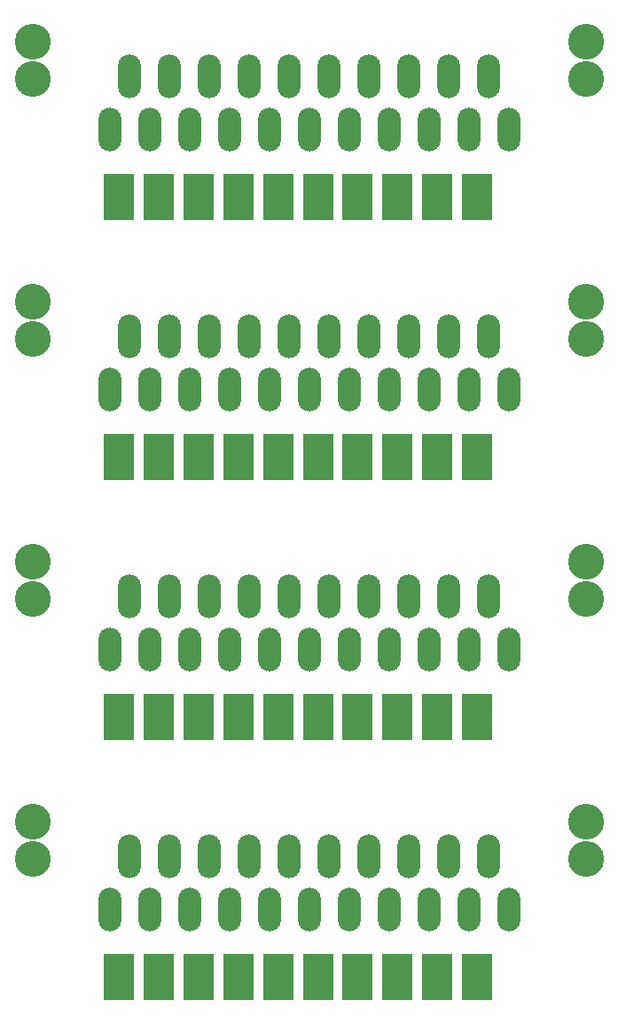
<source format=gts>
G04 #@! TF.GenerationSoftware,KiCad,Pcbnew,(5.1.0)-1*
G04 #@! TF.CreationDate,2019-08-09T15:31:13-04:00*
G04 #@! TF.ProjectId,4x_PANEL,34785f50-414e-4454-9c2e-6b696361645f,rev?*
G04 #@! TF.SameCoordinates,Original*
G04 #@! TF.FileFunction,Soldermask,Top*
G04 #@! TF.FilePolarity,Negative*
%FSLAX46Y46*%
G04 Gerber Fmt 4.6, Leading zero omitted, Abs format (unit mm)*
G04 Created by KiCad (PCBNEW (5.1.0)-1) date 2019-08-09 15:31:13*
%MOMM*%
%LPD*%
G04 APERTURE LIST*
%ADD10R,2.900000X4.400000*%
%ADD11C,3.422600*%
%ADD12O,2.184400X4.165600*%
G04 APERTURE END LIST*
D10*
X147925000Y-139340501D03*
X144125000Y-139340501D03*
X140325000Y-139340501D03*
X136525000Y-139340501D03*
X132725000Y-139340501D03*
X128925000Y-139340501D03*
X125125000Y-139340501D03*
X121325000Y-139340501D03*
X117525000Y-139340501D03*
X113725000Y-139340501D03*
D11*
X158316000Y-124598000D03*
X158316000Y-128154000D03*
X105484000Y-124598000D03*
X105484000Y-128154000D03*
D12*
X150950000Y-132980000D03*
X149045000Y-127900000D03*
X147140000Y-132980000D03*
X145235000Y-127900000D03*
X143330000Y-132980000D03*
X141425000Y-127900000D03*
X139520000Y-132980000D03*
X137615000Y-127900000D03*
X135710000Y-132980000D03*
X133805000Y-127900000D03*
X131900000Y-132980000D03*
X129995000Y-127900000D03*
X128090000Y-132980000D03*
X126185000Y-127900000D03*
X124280000Y-132980000D03*
X122375000Y-127900000D03*
X120470000Y-132980000D03*
X118565000Y-127900000D03*
X116660000Y-132980000D03*
X114755000Y-127900000D03*
X112850000Y-132980000D03*
X112850000Y-83330000D03*
X114755000Y-78250000D03*
X116660000Y-83330000D03*
X118565000Y-78250000D03*
X120470000Y-83330000D03*
X122375000Y-78250000D03*
X124280000Y-83330000D03*
X126185000Y-78250000D03*
X128090000Y-83330000D03*
X129995000Y-78250000D03*
X131900000Y-83330000D03*
X133805000Y-78250000D03*
X135710000Y-83330000D03*
X137615000Y-78250000D03*
X139520000Y-83330000D03*
X141425000Y-78250000D03*
X143330000Y-83330000D03*
X145235000Y-78250000D03*
X147140000Y-83330000D03*
X149045000Y-78250000D03*
X150950000Y-83330000D03*
D11*
X105484000Y-78504000D03*
X105484000Y-74948000D03*
X158316000Y-78504000D03*
X158316000Y-74948000D03*
D10*
X113725000Y-89750000D03*
X117525000Y-89750000D03*
X121325000Y-89750000D03*
X125125000Y-89750000D03*
X128925000Y-89750000D03*
X132725000Y-89750000D03*
X136525000Y-89750000D03*
X140325000Y-89750000D03*
X144125000Y-89750000D03*
X147925000Y-89750000D03*
D11*
X158316000Y-99748000D03*
X158316000Y-103304000D03*
X105484000Y-99748000D03*
X105484000Y-103304000D03*
D12*
X150950000Y-108130000D03*
X149045000Y-103050000D03*
X147140000Y-108130000D03*
X145235000Y-103050000D03*
X143330000Y-108130000D03*
X141425000Y-103050000D03*
X139520000Y-108130000D03*
X137615000Y-103050000D03*
X135710000Y-108130000D03*
X133805000Y-103050000D03*
X131900000Y-108130000D03*
X129995000Y-103050000D03*
X128090000Y-108130000D03*
X126185000Y-103050000D03*
X124280000Y-108130000D03*
X122375000Y-103050000D03*
X120470000Y-108130000D03*
X118565000Y-103050000D03*
X116660000Y-108130000D03*
X114755000Y-103050000D03*
X112850000Y-108130000D03*
D10*
X147925000Y-114550000D03*
X144125000Y-114550000D03*
X140325000Y-114550000D03*
X136525000Y-114550000D03*
X132725000Y-114550000D03*
X128925000Y-114550000D03*
X125125000Y-114550000D03*
X121325000Y-114550000D03*
X117525000Y-114550000D03*
X113725000Y-114550000D03*
X113725000Y-164140501D03*
X117525000Y-164140501D03*
X121325000Y-164140501D03*
X125125000Y-164140501D03*
X128925000Y-164140501D03*
X132725000Y-164140501D03*
X136525000Y-164140501D03*
X140325000Y-164140501D03*
X144125000Y-164140501D03*
X147925000Y-164140501D03*
D12*
X112850000Y-157780000D03*
X114755000Y-152700000D03*
X116660000Y-157780000D03*
X118565000Y-152700000D03*
X120470000Y-157780000D03*
X122375000Y-152700000D03*
X124280000Y-157780000D03*
X126185000Y-152700000D03*
X128090000Y-157780000D03*
X129995000Y-152700000D03*
X131900000Y-157780000D03*
X133805000Y-152700000D03*
X135710000Y-157780000D03*
X137615000Y-152700000D03*
X139520000Y-157780000D03*
X141425000Y-152700000D03*
X143330000Y-157780000D03*
X145235000Y-152700000D03*
X147140000Y-157780000D03*
X149045000Y-152700000D03*
X150950000Y-157780000D03*
D11*
X105484000Y-152954000D03*
X105484000Y-149398000D03*
X158316000Y-152954000D03*
X158316000Y-149398000D03*
M02*

</source>
